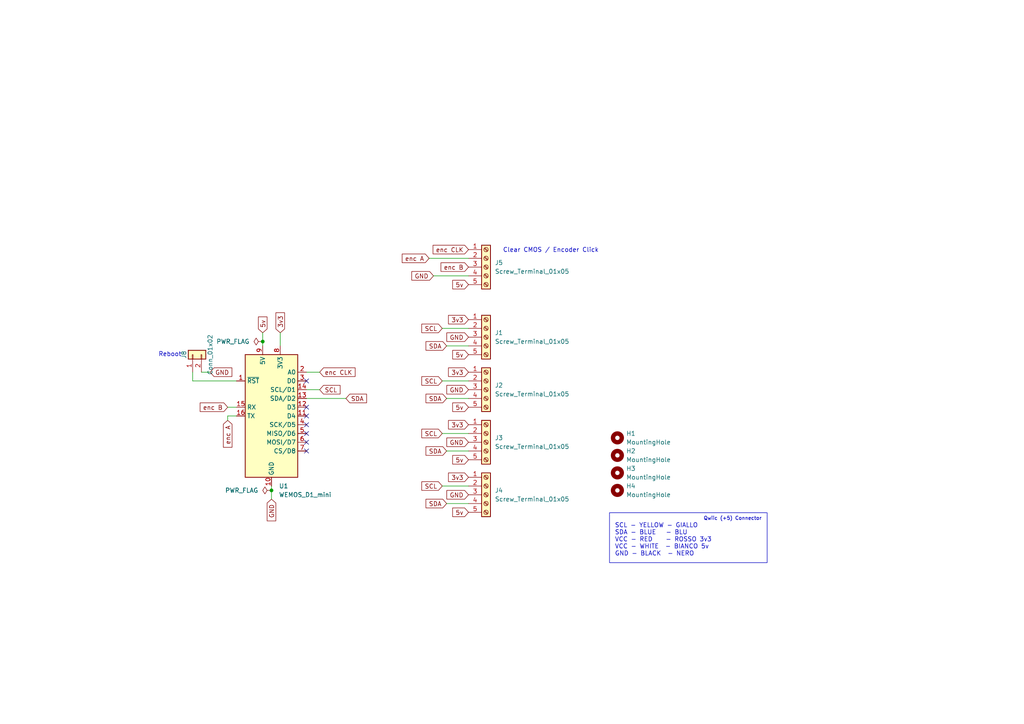
<source format=kicad_sch>
(kicad_sch (version 20250114) (generator "eeschema") (generator_version "9.0")
  (paper "A4")
  (title_block (title "STiMA WiFi Carrier Board") (date "2025-02-25") (rev "1") (company "Rmap.cc") (comment 1 "Compact carrier board with IIC bus, and other service connectors"))
  (lib_symbols
    (symbol "Stima:Conn_01x02" (pin_names (offset 1.016) (hide yes))
      (property "Reference" "J" (at 0 2.54 0))
      (property "Value" "Conn_01x02" (at 0 -5.08 0))
      (symbol "Conn_01x02_1_1"
        (rectangle (start -1.27 1.27) (end 1.27 -3.81) (stroke (width 0.254)) (fill (type background)))
        (rectangle (start -1.27 0.127) (end 0 -0.127) (stroke (width 0.1524)))
        (rectangle (start -1.27 -2.413) (end 0 -2.667) (stroke (width 0.1524)))
        (pin passive line (at -5.08 0 0) (length 3.81) (name "Pin_1") (number "1"))
        (pin passive line (at -5.08 -2.54 0) (length 3.81) (name "Pin_2") (number "2"))
      )
    )
    (symbol "Stima:MountingHole" (pin_names (offset 1.016)) (exclude_from_sim yes) (in_bom no)
      (property "Reference" "H" (at 0 5.08 0))
      (property "Value" "MountingHole" (at 0 3.175 0))
      (symbol "MountingHole_0_1"
        (circle (center 0 0) (radius 1.27) (stroke (width 1.27)))
      )
    )
    (symbol "Stima:Screw_Terminal_01x05" (pin_names (offset 1.016) (hide yes))
      (property "Reference" "J" (at 0 7.62 0))
      (property "Value" "Screw_Terminal_01x05" (at 0 -7.62 0))
      (symbol "Screw_Terminal_01x05_1_1"
        (rectangle (start -1.27 6.35) (end 1.27 -6.35) (stroke (width 0.254)) (fill (type background)))
        (polyline (pts (xy -0.5334 5.4102) (xy 0.3302 4.572)) (stroke (width 0.1524)))
        (polyline (pts (xy -0.5334 2.8702) (xy 0.3302 2.032)) (stroke (width 0.1524)))
        (polyline (pts (xy -0.5334 0.3302) (xy 0.3302 -0.508)) (stroke (width 0.1524)))
        (polyline (pts (xy -0.5334 -2.2098) (xy 0.3302 -3.048)) (stroke (width 0.1524)))
        (polyline (pts (xy -0.5334 -4.7498) (xy 0.3302 -5.588)) (stroke (width 0.1524)))
        (polyline (pts (xy -0.3556 5.588) (xy 0.508 4.7498)) (stroke (width 0.1524)))
        (polyline (pts (xy -0.3556 3.048) (xy 0.508 2.2098)) (stroke (width 0.1524)))
        (polyline (pts (xy -0.3556 0.508) (xy 0.508 -0.3302)) (stroke (width 0.1524)))
        (polyline (pts (xy -0.3556 -2.032) (xy 0.508 -2.8702)) (stroke (width 0.1524)))
        (polyline (pts (xy -0.3556 -4.572) (xy 0.508 -5.4102)) (stroke (width 0.1524)))
        (circle (center 0 5.08) (radius 0.635) (stroke (width 0.1524)))
        (circle (center 0 2.54) (radius 0.635) (stroke (width 0.1524)))
        (circle (center 0 0) (radius 0.635) (stroke (width 0.1524)))
        (circle (center 0 -2.54) (radius 0.635) (stroke (width 0.1524)))
        (circle (center 0 -5.08) (radius 0.635) (stroke (width 0.1524)))
        (pin passive line (at -5.08 5.08 0) (length 3.81) (name "Pin_1") (number "1"))
        (pin passive line (at -5.08 2.54 0) (length 3.81) (name "Pin_2") (number "2"))
        (pin passive line (at -5.08 0 0) (length 3.81) (name "Pin_3") (number "3"))
        (pin passive line (at -5.08 -2.54 0) (length 3.81) (name "Pin_4") (number "4"))
        (pin passive line (at -5.08 -5.08 0) (length 3.81) (name "Pin_5") (number "5"))
      )
    )
    (symbol "Stima:WEMOS_D1_mini"
      (property "Reference" "U" (at 3.81 19.05 0))
      (property "Value" "WEMOS_D1_mini" (at 1.27 -19.05 0))
      (symbol "WEMOS_D1_mini_1_1"
        (rectangle (start -7.62 17.78) (end 7.62 -17.78) (stroke (width 0.254)) (fill (type background)))
        (pin input line (at -10.16 10.16 0) (length 2.54) (name "~{RST}") (number "1"))
        (pin input line (at -10.16 2.54 0) (length 2.54) (name "RX") (number "15"))
        (pin output line (at -10.16 0 0) (length 2.54) (name "TX") (number "16"))
        (pin power_in line (at -2.54 20.32 270) (length 2.54) (name "5V") (number "9"))
        (pin power_in line (at 0 -20.32 90) (length 2.54) (name "GND") (number "10"))
        (pin power_out line (at 2.54 20.32 270) (length 2.54) (name "3V3") (number "8"))
        (pin input line (at 10.16 12.7 180) (length 2.54) (name "A0") (number "2"))
        (pin bidirectional line (at 10.16 10.16 180) (length 2.54) (name "D0") (number "3"))
        (pin bidirectional line (at 10.16 7.62 180) (length 2.54) (name "SCL/D1") (number "14"))
        (pin bidirectional line (at 10.16 5.08 180) (length 2.54) (name "SDA/D2") (number "13"))
        (pin bidirectional line (at 10.16 2.54 180) (length 2.54) (name "D3") (number "12"))
        (pin bidirectional line (at 10.16 0 180) (length 2.54) (name "D4") (number "11"))
        (pin bidirectional line (at 10.16 -2.54 180) (length 2.54) (name "SCK/D5") (number "4"))
        (pin bidirectional line (at 10.16 -5.08 180) (length 2.54) (name "MISO/D6") (number "5"))
        (pin bidirectional line (at 10.16 -7.62 180) (length 2.54) (name "MOSI/D7") (number "6"))
        (pin bidirectional line (at 10.16 -10.16 180) (length 2.54) (name "CS/D8") (number "7"))
      )
    )
    (symbol "power:PWR_FLAG" (power) (pin_numbers (hide yes)) (pin_names (offset 0) (hide yes))
      (property "Value" "PWR_FLAG" (at 0 3.81 0))
      (symbol "PWR_FLAG_0_0"
        (pin power_out line (at 0 0 90) (length 0) (name "~") (number "1"))
      )
      (symbol "PWR_FLAG_0_1"
        (polyline (pts (xy 0 0) (xy 0 1.27) (xy -1.016 1.905) (xy 0 2.54) (xy 1.016 1.905) (xy 0 1.27)))
      )
    )
  )
  (rectangle (start 176.784 148.717) (end 222.504 163.195))
  (text "Clear CMOS / Encoder Click" (at 159.766 72.644 0) (effects (font (size 1.27 1.27))))
  (text "SCL - YELLOW - GIALLO\nSDA - BLUE   - BLU\nVCC - RED    - ROSSO 3v3\nVCC - WHITE  - BIANCO 5v \nGND - BLACK  - NERO\n" (at 178.308 156.591 0) (effects (font (size 1.27 1.27)) (justify left)))
  (text "Qwiic (+5) Connector" (exclude_from_sim yes) (at 220.98 150.495 0) (effects (font (size 1.016 1.016)) (justify right)))
  (text "Reboot " (at 49.784 102.87 0) (effects (font (size 1.27 1.27))))
  (junction (at 78.74 142.24))
  (junction (at 76.2 99.06))
  (no_connect (at 88.9 120.65))
  (no_connect (at 88.9 128.27))
  (no_connect (at 88.9 123.19))
  (no_connect (at 88.9 118.11))
  (no_connect (at 88.9 125.73))
  (no_connect (at 88.9 130.81))
  (no_connect (at 88.9 110.49))
  (wire (pts (xy 128.27 95.25) (xy 135.89 95.25)))
  (wire (pts (xy 129.54 100.33) (xy 135.89 100.33)))
  (wire (pts (xy 128.27 110.49) (xy 135.89 110.49)))
  (wire (pts (xy 128.27 140.97) (xy 135.89 140.97)))
  (wire (pts (xy 55.88 110.49) (xy 68.58 110.49)))
  (wire (pts (xy 124.46 74.93) (xy 135.89 74.93)))
  (wire (pts (xy 76.2 96.52) (xy 76.2 99.06)))
  (wire (pts (xy 68.58 120.65) (xy 66.04 120.65)))
  (wire (pts (xy 129.54 130.81) (xy 135.89 130.81)))
  (wire (pts (xy 76.2 99.06) (xy 76.2 100.33)))
  (wire (pts (xy 128.27 125.73) (xy 135.89 125.73)))
  (wire (pts (xy 129.54 146.05) (xy 135.89 146.05)))
  (wire (pts (xy 88.9 113.03) (xy 92.71 113.03)))
  (wire (pts (xy 58.42 107.95) (xy 60.96 107.95)))
  (wire (pts (xy 66.04 120.65) (xy 66.04 121.92)))
  (wire (pts (xy 66.04 118.11) (xy 68.58 118.11)))
  (wire (pts (xy 129.54 115.57) (xy 135.89 115.57)))
  (wire (pts (xy 88.9 115.57) (xy 100.33 115.57)))
  (wire (pts (xy 55.88 110.49) (xy 55.88 107.95)))
  (wire (pts (xy 88.9 107.95) (xy 92.71 107.95)))
  (wire (pts (xy 78.74 140.97) (xy 78.74 142.24)))
  (wire (pts (xy 81.28 96.52) (xy 81.28 100.33)))
  (wire (pts (xy 125.73 80.01) (xy 135.89 80.01)))
  (wire (pts (xy 78.74 142.24) (xy 78.74 144.78)))
  (global_label "5v" (shape input) (at 135.89 82.55 180) (property "Intersheetrefs" "${INTERSHEET_REFS}" (effects (hide yes))))
  (global_label "SCL" (shape input) (at 92.71 113.03 0) (property "Intersheetrefs" "${INTERSHEET_REFS}" (effects (hide yes))))
  (global_label "GND" (shape input) (at 135.89 97.79 180) (property "Intersheetrefs" "${INTERSHEET_REFS}" (effects (hide yes))))
  (global_label "GND" (shape input) (at 78.74 144.78 270) (property "Intersheetrefs" "${INTERSHEET_REFS}" (effects (hide yes))))
  (global_label "5v" (shape input) (at 135.89 118.11 180) (property "Intersheetrefs" "${INTERSHEET_REFS}" (effects (hide yes))))
  (global_label "SCL" (shape input) (at 128.27 140.97 180) (property "Intersheetrefs" "${INTERSHEET_REFS}" (effects (hide yes))))
  (global_label "SDA" (shape input) (at 129.54 130.81 180) (property "Intersheetrefs" "${INTERSHEET_REFS}" (effects (hide yes))))
  (global_label "5v" (shape input) (at 135.89 133.35 180) (property "Intersheetrefs" "${INTERSHEET_REFS}" (effects (hide yes))))
  (global_label "3v3" (shape input) (at 135.89 123.19 180) (property "Intersheetrefs" "${INTERSHEET_REFS}" (effects (hide yes))))
  (global_label "5v" (shape input) (at 135.89 102.87 180) (property "Intersheetrefs" "${INTERSHEET_REFS}" (effects (hide yes))))
  (global_label "GND" (shape input) (at 135.89 128.27 180) (property "Intersheetrefs" "${INTERSHEET_REFS}" (effects (hide yes))))
  (global_label "5v" (shape input) (at 135.89 148.59 180) (property "Intersheetrefs" "${INTERSHEET_REFS}" (effects (hide yes))))
  (global_label "enc CLK" (shape input) (at 135.89 72.39 180) (property "Intersheetrefs" "${INTERSHEET_REFS}" (effects (hide yes))))
  (global_label "3v3" (shape input) (at 135.89 138.43 180) (property "Intersheetrefs" "${INTERSHEET_REFS}" (effects (hide yes))))
  (global_label "SDA" (shape input) (at 129.54 100.33 180) (property "Intersheetrefs" "${INTERSHEET_REFS}" (effects (hide yes))))
  (global_label "enc A" (shape input) (at 66.04 121.92 270) (property "Intersheetrefs" "${INTERSHEET_REFS}" (effects (hide yes))))
  (global_label "SCL" (shape input) (at 128.27 125.73 180) (property "Intersheetrefs" "${INTERSHEET_REFS}" (effects (hide yes))))
  (global_label "SCL" (shape input) (at 128.27 110.49 180) (property "Intersheetrefs" "${INTERSHEET_REFS}" (effects (hide yes))))
  (global_label "SDA" (shape input) (at 129.54 146.05 180) (property "Intersheetrefs" "${INTERSHEET_REFS}" (effects (hide yes))))
  (global_label "SDA" (shape input) (at 129.54 115.57 180) (property "Intersheetrefs" "${INTERSHEET_REFS}" (effects (hide yes))))
  (global_label "3v3" (shape input) (at 81.28 96.52 90) (property "Intersheetrefs" "${INTERSHEET_REFS}" (effects (hide yes))))
  (global_label "enc B" (shape input) (at 135.89 77.47 180) (property "Intersheetrefs" "${INTERSHEET_REFS}" (effects (hide yes))))
  (global_label "enc CLK" (shape input) (at 92.71 107.95 0) (property "Intersheetrefs" "${INTERSHEET_REFS}" (effects (hide yes))))
  (global_label "GND" (shape input) (at 60.96 107.95 0) (property "Intersheetrefs" "${INTERSHEET_REFS}" (effects (hide yes))))
  (global_label "5v" (shape input) (at 76.2 96.52 90) (property "Intersheetrefs" "${INTERSHEET_REFS}" (effects (hide yes))))
  (global_label "3v3" (shape input) (at 135.89 92.71 180) (property "Intersheetrefs" "${INTERSHEET_REFS}" (effects (hide yes))))
  (global_label "GND" (shape input) (at 135.89 143.51 180) (property "Intersheetrefs" "${INTERSHEET_REFS}" (effects (hide yes))))
  (global_label "GND" (shape input) (at 125.73 80.01 180) (property "Intersheetrefs" "${INTERSHEET_REFS}" (effects (hide yes))))
  (global_label "SCL" (shape input) (at 128.27 95.25 180) (property "Intersheetrefs" "${INTERSHEET_REFS}" (effects (hide yes))))
  (global_label "3v3" (shape input) (at 135.89 107.95 180) (property "Intersheetrefs" "${INTERSHEET_REFS}" (effects (hide yes))))
  (global_label "GND" (shape input) (at 135.89 113.03 180) (property "Intersheetrefs" "${INTERSHEET_REFS}" (effects (hide yes))))
  (global_label "enc A" (shape input) (at 124.46 74.93 180) (property "Intersheetrefs" "${INTERSHEET_REFS}" (effects (hide yes))))
  (global_label "enc B" (shape input) (at 66.04 118.11 180) (property "Intersheetrefs" "${INTERSHEET_REFS}" (effects (hide yes))))
  (global_label "SDA" (shape input) (at 100.33 115.57 0) (property "Intersheetrefs" "${INTERSHEET_REFS}" (effects (hide yes))))
  (symbol (lib_id "Stima:MountingHole") (at 179.07 132.08 0) (unit 1) (exclude_from_sim yes) (in_bom no)
    (property "Reference" "H2" (at 181.61 130.8099 0) (effects (justify left)))
    (property "Value" "MountingHole" (at 181.61 133.3499 0) (effects (justify left)))
    (property "Footprint" "Stima.Library:MountingHole_3.2mm_M3" (effects (hide yes)))
    (property "Description" "Mounting Hole without connection" (effects (hide yes)))
  )
  (symbol (lib_id "Stima:Screw_Terminal_01x05") (at 140.97 77.47 0) (unit 1)
    (property "Reference" "J5" (at 143.51 76.1999 0) (effects (justify left)))
    (property "Value" "Screw_Terminal_01x05" (at 143.51 78.7399 0) (effects (justify left)))
    (property "Footprint" "Stima.Library:TerminalBlock_Xinya_XY308-2.54-5P_1x05_P2.54mm_Horizontal" (effects (hide yes)))
    (property "Description" "Generic screw terminal, single row, 01x05, script generated (kicad-library-utils/schlib/autogen/connector/)" (effects (hide yes)))
  )
  (symbol (lib_id "Stima:MountingHole") (at 179.07 127 0) (unit 1) (exclude_from_sim yes) (in_bom no)
    (property "Reference" "H1" (at 181.61 125.7299 0) (effects (justify left)))
    (property "Value" "MountingHole" (at 181.61 128.2699 0) (effects (justify left)))
    (property "Footprint" "Stima.Library:MountingHole_3.2mm_M3" (effects (hide yes)))
    (property "Description" "Mounting Hole without connection" (effects (hide yes)))
  )
  (symbol (lib_id "Stima:Screw_Terminal_01x05") (at 140.97 143.51 0) (unit 1)
    (property "Reference" "J4" (at 143.51 142.2399 0) (effects (justify left)))
    (property "Value" "Screw_Terminal_01x05" (at 143.51 144.7799 0) (effects (justify left)))
    (property "Footprint" "Stima.Library:TerminalBlock_Xinya_XY308-2.54-5P_1x05_P2.54mm_Horizontal" (effects (hide yes)))
    (property "Description" "Generic screw terminal, single row, 01x05, script generated (kicad-library-utils/schlib/autogen/connector/)" (effects (hide yes)))
  )
  (symbol (lib_id "power:PWR_FLAG") (at 78.74 142.24 90) (unit 1)
    (property "Reference" "#FLG02" (effects (hide yes)))
    (property "Value" "PWR_FLAG" (at 74.93 142.2399 90) (effects (justify left)))
    (property "Description" "Special symbol for telling ERC where power comes from" (effects (hide yes)))
  )
  (symbol (lib_id "Stima:Screw_Terminal_01x05") (at 140.97 128.27 0) (unit 1)
    (property "Reference" "J3" (at 143.51 126.9999 0) (effects (justify left)))
    (property "Value" "Screw_Terminal_01x05" (at 143.51 129.5399 0) (effects (justify left)))
    (property "Footprint" "Stima.Library:TerminalBlock_Xinya_XY308-2.54-5P_1x05_P2.54mm_Horizontal" (effects (hide yes)))
    (property "Description" "Generic screw terminal, single row, 01x05, script generated (kicad-library-utils/schlib/autogen/connector/)" (effects (hide yes)))
  )
  (symbol (lib_id "Stima:Screw_Terminal_01x05") (at 140.97 113.03 0) (unit 1)
    (property "Reference" "J2" (at 143.51 111.7599 0) (effects (justify left)))
    (property "Value" "Screw_Terminal_01x05" (at 143.51 114.2999 0) (effects (justify left)))
    (property "Footprint" "Stima.Library:TerminalBlock_Xinya_XY308-2.54-5P_1x05_P2.54mm_Horizontal" (effects (hide yes)))
    (property "Description" "Generic screw terminal, single row, 01x05, script generated (kicad-library-utils/schlib/autogen/connector/)" (effects (hide yes)))
  )
  (symbol (lib_id "Stima:WEMOS_D1_mini") (at 78.74 120.65 0) (unit 1)
    (property "Reference" "U1" (at 80.8833 140.97 0) (effects (justify left)))
    (property "Value" "WEMOS_D1_mini" (at 80.8833 143.51 0) (effects (justify left)))
    (property "Footprint" "Stima.Library:WEMOS_D1_mini_light" (effects (hide yes)))
    (property "Datasheet" "https://wiki.wemos.cc/products:d1:d1_mini#documentation" (effects (hide yes)))
    (property "Description" "32-bit microcontroller module with WiFi" (effects (hide yes)))
  )
  (symbol (lib_id "power:PWR_FLAG") (at 76.2 99.06 90) (unit 1)
    (property "Reference" "#FLG01" (effects (hide yes)))
    (property "Value" "PWR_FLAG" (at 72.39 99.0599 90) (effects (justify left)))
    (property "Description" "Special symbol for telling ERC where power comes from" (effects (hide yes)))
  )
  (symbol (lib_id "Stima:Conn_01x02") (at 55.88 102.87 90) (unit 1)
    (property "Reference" "J8" (at 53.34 102.87 0))
    (property "Value" "Conn_01x02" (at 60.96 102.87 0))
    (property "Footprint" "Stima.Library:PinHeader_1x02_P2.54mm_Vertical" (effects (hide yes)))
    (property "Description" "Generic connector, single row, 01x02, script generated (kicad-library-utils/schlib/autogen/connector/)" (effects (hide yes)))
  )
  (symbol (lib_id "Stima:MountingHole") (at 179.07 142.24 0) (unit 1) (exclude_from_sim yes) (in_bom no)
    (property "Reference" "H4" (at 181.61 140.9699 0) (effects (justify left)))
    (property "Value" "MountingHole" (at 181.61 143.5099 0) (effects (justify left)))
    (property "Footprint" "Stima.Library:MountingHole_3.2mm_M3" (effects (hide yes)))
    (property "Description" "Mounting Hole without connection" (effects (hide yes)))
  )
  (symbol (lib_id "Stima:Screw_Terminal_01x05") (at 140.97 97.79 0) (unit 1)
    (property "Reference" "J1" (at 143.51 96.5199 0) (effects (justify left)))
    (property "Value" "Screw_Terminal_01x05" (at 143.51 99.0599 0) (effects (justify left)))
    (property "Footprint" "Stima.Library:TerminalBlock_Xinya_XY308-2.54-5P_1x05_P2.54mm_Horizontal" (effects (hide yes)))
    (property "Description" "Generic screw terminal, single row, 01x05, script generated (kicad-library-utils/schlib/autogen/connector/)" (effects (hide yes)))
  )
  (symbol (lib_id "Stima:MountingHole") (at 179.07 137.16 0) (unit 1) (exclude_from_sim yes) (in_bom no)
    (property "Reference" "H3" (at 181.61 135.8899 0) (effects (justify left)))
    (property "Value" "MountingHole" (at 181.61 138.4299 0) (effects (justify left)))
    (property "Footprint" "Stima.Library:MountingHole_3.2mm_M3" (effects (hide yes)))
    (property "Description" "Mounting Hole without connection" (effects (hide yes)))
  )
)
</source>
